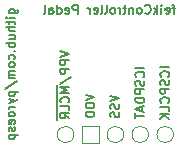
<source format=gbr>
%TF.GenerationSoftware,KiCad,Pcbnew,(5.1.8)-1*%
%TF.CreationDate,2020-12-26T04:00:47+01:00*%
%TF.ProjectId,feikController pedal,6665696b-436f-46e7-9472-6f6c6c657220,rev?*%
%TF.SameCoordinates,Original*%
%TF.FileFunction,Legend,Bot*%
%TF.FilePolarity,Positive*%
%FSLAX46Y46*%
G04 Gerber Fmt 4.6, Leading zero omitted, Abs format (unit mm)*
G04 Created by KiCad (PCBNEW (5.1.8)-1) date 2020-12-26 04:00:47*
%MOMM*%
%LPD*%
G01*
G04 APERTURE LIST*
%ADD10C,0.187500*%
%ADD11C,0.120000*%
%ADD12C,0.150000*%
G04 APERTURE END LIST*
D10*
X168266685Y-103010342D02*
X168873828Y-103010342D01*
X168945257Y-102974628D01*
X168980971Y-102938914D01*
X169016685Y-102867485D01*
X169016685Y-102760342D01*
X168980971Y-102688914D01*
X168730971Y-103010342D02*
X168766685Y-102938914D01*
X168766685Y-102796057D01*
X168730971Y-102724628D01*
X168695257Y-102688914D01*
X168623828Y-102653200D01*
X168409542Y-102653200D01*
X168338114Y-102688914D01*
X168302400Y-102724628D01*
X168266685Y-102796057D01*
X168266685Y-102938914D01*
X168302400Y-103010342D01*
X168766685Y-103367485D02*
X168266685Y-103367485D01*
X168016685Y-103367485D02*
X168052400Y-103331771D01*
X168088114Y-103367485D01*
X168052400Y-103403200D01*
X168016685Y-103367485D01*
X168088114Y-103367485D01*
X168266685Y-103617485D02*
X168266685Y-103903200D01*
X168016685Y-103724628D02*
X168659542Y-103724628D01*
X168730971Y-103760342D01*
X168766685Y-103831771D01*
X168766685Y-103903200D01*
X168766685Y-104153200D02*
X168016685Y-104153200D01*
X168766685Y-104474628D02*
X168373828Y-104474628D01*
X168302400Y-104438914D01*
X168266685Y-104367485D01*
X168266685Y-104260342D01*
X168302400Y-104188914D01*
X168338114Y-104153200D01*
X168266685Y-105153200D02*
X168766685Y-105153200D01*
X168266685Y-104831771D02*
X168659542Y-104831771D01*
X168730971Y-104867485D01*
X168766685Y-104938914D01*
X168766685Y-105046057D01*
X168730971Y-105117485D01*
X168695257Y-105153200D01*
X168766685Y-105510342D02*
X168016685Y-105510342D01*
X168302400Y-105510342D02*
X168266685Y-105581771D01*
X168266685Y-105724628D01*
X168302400Y-105796057D01*
X168338114Y-105831771D01*
X168409542Y-105867485D01*
X168623828Y-105867485D01*
X168695257Y-105831771D01*
X168730971Y-105796057D01*
X168766685Y-105724628D01*
X168766685Y-105581771D01*
X168730971Y-105510342D01*
X168695257Y-106188914D02*
X168730971Y-106224628D01*
X168766685Y-106188914D01*
X168730971Y-106153200D01*
X168695257Y-106188914D01*
X168766685Y-106188914D01*
X168730971Y-106867485D02*
X168766685Y-106796057D01*
X168766685Y-106653200D01*
X168730971Y-106581771D01*
X168695257Y-106546057D01*
X168623828Y-106510342D01*
X168409542Y-106510342D01*
X168338114Y-106546057D01*
X168302400Y-106581771D01*
X168266685Y-106653200D01*
X168266685Y-106796057D01*
X168302400Y-106867485D01*
X168766685Y-107296057D02*
X168730971Y-107224628D01*
X168695257Y-107188914D01*
X168623828Y-107153200D01*
X168409542Y-107153200D01*
X168338114Y-107188914D01*
X168302400Y-107224628D01*
X168266685Y-107296057D01*
X168266685Y-107403200D01*
X168302400Y-107474628D01*
X168338114Y-107510342D01*
X168409542Y-107546057D01*
X168623828Y-107546057D01*
X168695257Y-107510342D01*
X168730971Y-107474628D01*
X168766685Y-107403200D01*
X168766685Y-107296057D01*
X168766685Y-107867485D02*
X168266685Y-107867485D01*
X168338114Y-107867485D02*
X168302400Y-107903200D01*
X168266685Y-107974628D01*
X168266685Y-108081771D01*
X168302400Y-108153200D01*
X168373828Y-108188914D01*
X168766685Y-108188914D01*
X168373828Y-108188914D02*
X168302400Y-108224628D01*
X168266685Y-108296057D01*
X168266685Y-108403200D01*
X168302400Y-108474628D01*
X168373828Y-108510342D01*
X168766685Y-108510342D01*
X167980971Y-109403200D02*
X168945257Y-108760342D01*
X168266685Y-109653200D02*
X169016685Y-109653200D01*
X168302400Y-109653200D02*
X168266685Y-109724628D01*
X168266685Y-109867485D01*
X168302400Y-109938914D01*
X168338114Y-109974628D01*
X168409542Y-110010342D01*
X168623828Y-110010342D01*
X168695257Y-109974628D01*
X168730971Y-109938914D01*
X168766685Y-109867485D01*
X168766685Y-109724628D01*
X168730971Y-109653200D01*
X168266685Y-110260342D02*
X168766685Y-110438914D01*
X168266685Y-110617485D02*
X168766685Y-110438914D01*
X168945257Y-110367485D01*
X168980971Y-110331771D01*
X169016685Y-110260342D01*
X168766685Y-110903200D02*
X168266685Y-110903200D01*
X168409542Y-110903200D02*
X168338114Y-110938914D01*
X168302400Y-110974628D01*
X168266685Y-111046057D01*
X168266685Y-111117485D01*
X168766685Y-111474628D02*
X168730971Y-111403200D01*
X168695257Y-111367485D01*
X168623828Y-111331771D01*
X168409542Y-111331771D01*
X168338114Y-111367485D01*
X168302400Y-111403200D01*
X168266685Y-111474628D01*
X168266685Y-111581771D01*
X168302400Y-111653200D01*
X168338114Y-111688914D01*
X168409542Y-111724628D01*
X168623828Y-111724628D01*
X168695257Y-111688914D01*
X168730971Y-111653200D01*
X168766685Y-111581771D01*
X168766685Y-111474628D01*
X168730971Y-112331771D02*
X168766685Y-112260342D01*
X168766685Y-112117485D01*
X168730971Y-112046057D01*
X168659542Y-112010342D01*
X168373828Y-112010342D01*
X168302400Y-112046057D01*
X168266685Y-112117485D01*
X168266685Y-112260342D01*
X168302400Y-112331771D01*
X168373828Y-112367485D01*
X168445257Y-112367485D01*
X168516685Y-112010342D01*
X168730971Y-112653200D02*
X168766685Y-112724628D01*
X168766685Y-112867485D01*
X168730971Y-112938914D01*
X168659542Y-112974628D01*
X168623828Y-112974628D01*
X168552400Y-112938914D01*
X168516685Y-112867485D01*
X168516685Y-112760342D01*
X168480971Y-112688914D01*
X168409542Y-112653200D01*
X168373828Y-112653200D01*
X168302400Y-112688914D01*
X168266685Y-112760342D01*
X168266685Y-112867485D01*
X168302400Y-112938914D01*
X168266685Y-113296057D02*
X169016685Y-113296057D01*
X168302400Y-113296057D02*
X168266685Y-113367485D01*
X168266685Y-113510342D01*
X168302400Y-113581771D01*
X168338114Y-113617485D01*
X168409542Y-113653200D01*
X168623828Y-113653200D01*
X168695257Y-113617485D01*
X168730971Y-113581771D01*
X168766685Y-113510342D01*
X168766685Y-113367485D01*
X168730971Y-113296057D01*
X182373285Y-102531485D02*
X182087571Y-102531485D01*
X182266142Y-103031485D02*
X182266142Y-102388628D01*
X182230428Y-102317200D01*
X182159000Y-102281485D01*
X182087571Y-102281485D01*
X181551857Y-102995771D02*
X181623285Y-103031485D01*
X181766142Y-103031485D01*
X181837571Y-102995771D01*
X181873285Y-102924342D01*
X181873285Y-102638628D01*
X181837571Y-102567200D01*
X181766142Y-102531485D01*
X181623285Y-102531485D01*
X181551857Y-102567200D01*
X181516142Y-102638628D01*
X181516142Y-102710057D01*
X181873285Y-102781485D01*
X181194714Y-103031485D02*
X181194714Y-102531485D01*
X181194714Y-102281485D02*
X181230428Y-102317200D01*
X181194714Y-102352914D01*
X181159000Y-102317200D01*
X181194714Y-102281485D01*
X181194714Y-102352914D01*
X180837571Y-103031485D02*
X180837571Y-102281485D01*
X180766142Y-102745771D02*
X180551857Y-103031485D01*
X180551857Y-102531485D02*
X180837571Y-102817200D01*
X179801857Y-102960057D02*
X179837571Y-102995771D01*
X179944714Y-103031485D01*
X180016142Y-103031485D01*
X180123285Y-102995771D01*
X180194714Y-102924342D01*
X180230428Y-102852914D01*
X180266142Y-102710057D01*
X180266142Y-102602914D01*
X180230428Y-102460057D01*
X180194714Y-102388628D01*
X180123285Y-102317200D01*
X180016142Y-102281485D01*
X179944714Y-102281485D01*
X179837571Y-102317200D01*
X179801857Y-102352914D01*
X179373285Y-103031485D02*
X179444714Y-102995771D01*
X179480428Y-102960057D01*
X179516142Y-102888628D01*
X179516142Y-102674342D01*
X179480428Y-102602914D01*
X179444714Y-102567200D01*
X179373285Y-102531485D01*
X179266142Y-102531485D01*
X179194714Y-102567200D01*
X179159000Y-102602914D01*
X179123285Y-102674342D01*
X179123285Y-102888628D01*
X179159000Y-102960057D01*
X179194714Y-102995771D01*
X179266142Y-103031485D01*
X179373285Y-103031485D01*
X178801857Y-102531485D02*
X178801857Y-103031485D01*
X178801857Y-102602914D02*
X178766142Y-102567200D01*
X178694714Y-102531485D01*
X178587571Y-102531485D01*
X178516142Y-102567200D01*
X178480428Y-102638628D01*
X178480428Y-103031485D01*
X178230428Y-102531485D02*
X177944714Y-102531485D01*
X178123285Y-102281485D02*
X178123285Y-102924342D01*
X178087571Y-102995771D01*
X178016142Y-103031485D01*
X177944714Y-103031485D01*
X177694714Y-103031485D02*
X177694714Y-102531485D01*
X177694714Y-102674342D02*
X177659000Y-102602914D01*
X177623285Y-102567200D01*
X177551857Y-102531485D01*
X177480428Y-102531485D01*
X177123285Y-103031485D02*
X177194714Y-102995771D01*
X177230428Y-102960057D01*
X177266142Y-102888628D01*
X177266142Y-102674342D01*
X177230428Y-102602914D01*
X177194714Y-102567200D01*
X177123285Y-102531485D01*
X177016142Y-102531485D01*
X176944714Y-102567200D01*
X176909000Y-102602914D01*
X176873285Y-102674342D01*
X176873285Y-102888628D01*
X176909000Y-102960057D01*
X176944714Y-102995771D01*
X177016142Y-103031485D01*
X177123285Y-103031485D01*
X176444714Y-103031485D02*
X176516142Y-102995771D01*
X176551857Y-102924342D01*
X176551857Y-102281485D01*
X176051857Y-103031485D02*
X176123285Y-102995771D01*
X176159000Y-102924342D01*
X176159000Y-102281485D01*
X175480428Y-102995771D02*
X175551857Y-103031485D01*
X175694714Y-103031485D01*
X175766142Y-102995771D01*
X175801857Y-102924342D01*
X175801857Y-102638628D01*
X175766142Y-102567200D01*
X175694714Y-102531485D01*
X175551857Y-102531485D01*
X175480428Y-102567200D01*
X175444714Y-102638628D01*
X175444714Y-102710057D01*
X175801857Y-102781485D01*
X175123285Y-103031485D02*
X175123285Y-102531485D01*
X175123285Y-102674342D02*
X175087571Y-102602914D01*
X175051857Y-102567200D01*
X174980428Y-102531485D01*
X174909000Y-102531485D01*
X174087571Y-103031485D02*
X174087571Y-102281485D01*
X173801857Y-102281485D01*
X173730428Y-102317200D01*
X173694714Y-102352914D01*
X173659000Y-102424342D01*
X173659000Y-102531485D01*
X173694714Y-102602914D01*
X173730428Y-102638628D01*
X173801857Y-102674342D01*
X174087571Y-102674342D01*
X173051857Y-102995771D02*
X173123285Y-103031485D01*
X173266142Y-103031485D01*
X173337571Y-102995771D01*
X173373285Y-102924342D01*
X173373285Y-102638628D01*
X173337571Y-102567200D01*
X173266142Y-102531485D01*
X173123285Y-102531485D01*
X173051857Y-102567200D01*
X173016142Y-102638628D01*
X173016142Y-102710057D01*
X173373285Y-102781485D01*
X172373285Y-103031485D02*
X172373285Y-102281485D01*
X172373285Y-102995771D02*
X172444714Y-103031485D01*
X172587571Y-103031485D01*
X172659000Y-102995771D01*
X172694714Y-102960057D01*
X172730428Y-102888628D01*
X172730428Y-102674342D01*
X172694714Y-102602914D01*
X172659000Y-102567200D01*
X172587571Y-102531485D01*
X172444714Y-102531485D01*
X172373285Y-102567200D01*
X171694714Y-103031485D02*
X171694714Y-102638628D01*
X171730428Y-102567200D01*
X171801857Y-102531485D01*
X171944714Y-102531485D01*
X172016142Y-102567200D01*
X171694714Y-102995771D02*
X171766142Y-103031485D01*
X171944714Y-103031485D01*
X172016142Y-102995771D01*
X172051857Y-102924342D01*
X172051857Y-102852914D01*
X172016142Y-102781485D01*
X171944714Y-102745771D01*
X171766142Y-102745771D01*
X171694714Y-102710057D01*
X171230428Y-103031485D02*
X171301857Y-102995771D01*
X171337571Y-102924342D01*
X171337571Y-102281485D01*
D11*
%TO.C,ICSPCLK*%
X182208400Y-113258600D02*
G75*
G03*
X182208400Y-113258600I-700000J0D01*
G01*
%TO.C,ICSPDAT*%
X180100200Y-113258600D02*
G75*
G03*
X180100200Y-113258600I-700000J0D01*
G01*
%TO.C,VSS*%
X177992000Y-113258600D02*
G75*
G03*
X177992000Y-113258600I-700000J0D01*
G01*
%TO.C,VDD*%
X175883800Y-113958600D02*
X175883800Y-112558600D01*
X174483800Y-113958600D02*
X175883800Y-113958600D01*
X174483800Y-112558600D02*
X174483800Y-113958600D01*
X175883800Y-112558600D02*
X174483800Y-112558600D01*
%TO.C,VPP/~MCLR*%
X173775600Y-113258600D02*
G75*
G03*
X173775600Y-113258600I-700000J0D01*
G01*
%TO.C,ICSPCLK*%
D12*
X181847685Y-107567285D02*
X181097685Y-107567285D01*
X181776257Y-108353000D02*
X181811971Y-108317285D01*
X181847685Y-108210142D01*
X181847685Y-108138714D01*
X181811971Y-108031571D01*
X181740542Y-107960142D01*
X181669114Y-107924428D01*
X181526257Y-107888714D01*
X181419114Y-107888714D01*
X181276257Y-107924428D01*
X181204828Y-107960142D01*
X181133400Y-108031571D01*
X181097685Y-108138714D01*
X181097685Y-108210142D01*
X181133400Y-108317285D01*
X181169114Y-108353000D01*
X181811971Y-108638714D02*
X181847685Y-108745857D01*
X181847685Y-108924428D01*
X181811971Y-108995857D01*
X181776257Y-109031571D01*
X181704828Y-109067285D01*
X181633400Y-109067285D01*
X181561971Y-109031571D01*
X181526257Y-108995857D01*
X181490542Y-108924428D01*
X181454828Y-108781571D01*
X181419114Y-108710142D01*
X181383400Y-108674428D01*
X181311971Y-108638714D01*
X181240542Y-108638714D01*
X181169114Y-108674428D01*
X181133400Y-108710142D01*
X181097685Y-108781571D01*
X181097685Y-108960142D01*
X181133400Y-109067285D01*
X181847685Y-109388714D02*
X181097685Y-109388714D01*
X181097685Y-109674428D01*
X181133400Y-109745857D01*
X181169114Y-109781571D01*
X181240542Y-109817285D01*
X181347685Y-109817285D01*
X181419114Y-109781571D01*
X181454828Y-109745857D01*
X181490542Y-109674428D01*
X181490542Y-109388714D01*
X181776257Y-110567285D02*
X181811971Y-110531571D01*
X181847685Y-110424428D01*
X181847685Y-110353000D01*
X181811971Y-110245857D01*
X181740542Y-110174428D01*
X181669114Y-110138714D01*
X181526257Y-110103000D01*
X181419114Y-110103000D01*
X181276257Y-110138714D01*
X181204828Y-110174428D01*
X181133400Y-110245857D01*
X181097685Y-110353000D01*
X181097685Y-110424428D01*
X181133400Y-110531571D01*
X181169114Y-110567285D01*
X181847685Y-111245857D02*
X181847685Y-110888714D01*
X181097685Y-110888714D01*
X181847685Y-111495857D02*
X181097685Y-111495857D01*
X181847685Y-111924428D02*
X181419114Y-111603000D01*
X181097685Y-111924428D02*
X181526257Y-111495857D01*
%TO.C,ICSPDAT*%
X179739485Y-107613314D02*
X178989485Y-107613314D01*
X179668057Y-108399028D02*
X179703771Y-108363314D01*
X179739485Y-108256171D01*
X179739485Y-108184742D01*
X179703771Y-108077600D01*
X179632342Y-108006171D01*
X179560914Y-107970457D01*
X179418057Y-107934742D01*
X179310914Y-107934742D01*
X179168057Y-107970457D01*
X179096628Y-108006171D01*
X179025200Y-108077600D01*
X178989485Y-108184742D01*
X178989485Y-108256171D01*
X179025200Y-108363314D01*
X179060914Y-108399028D01*
X179703771Y-108684742D02*
X179739485Y-108791885D01*
X179739485Y-108970457D01*
X179703771Y-109041885D01*
X179668057Y-109077600D01*
X179596628Y-109113314D01*
X179525200Y-109113314D01*
X179453771Y-109077600D01*
X179418057Y-109041885D01*
X179382342Y-108970457D01*
X179346628Y-108827600D01*
X179310914Y-108756171D01*
X179275200Y-108720457D01*
X179203771Y-108684742D01*
X179132342Y-108684742D01*
X179060914Y-108720457D01*
X179025200Y-108756171D01*
X178989485Y-108827600D01*
X178989485Y-109006171D01*
X179025200Y-109113314D01*
X179739485Y-109434742D02*
X178989485Y-109434742D01*
X178989485Y-109720457D01*
X179025200Y-109791885D01*
X179060914Y-109827600D01*
X179132342Y-109863314D01*
X179239485Y-109863314D01*
X179310914Y-109827600D01*
X179346628Y-109791885D01*
X179382342Y-109720457D01*
X179382342Y-109434742D01*
X179739485Y-110184742D02*
X178989485Y-110184742D01*
X178989485Y-110363314D01*
X179025200Y-110470457D01*
X179096628Y-110541885D01*
X179168057Y-110577600D01*
X179310914Y-110613314D01*
X179418057Y-110613314D01*
X179560914Y-110577600D01*
X179632342Y-110541885D01*
X179703771Y-110470457D01*
X179739485Y-110363314D01*
X179739485Y-110184742D01*
X179525200Y-110899028D02*
X179525200Y-111256171D01*
X179739485Y-110827600D02*
X178989485Y-111077600D01*
X179739485Y-111327600D01*
X178989485Y-111470457D02*
X178989485Y-111899028D01*
X179739485Y-111684742D02*
X178989485Y-111684742D01*
%TO.C,VSS*%
X176855885Y-109957514D02*
X177605885Y-110207514D01*
X176855885Y-110457514D01*
X177570171Y-110671800D02*
X177605885Y-110778942D01*
X177605885Y-110957514D01*
X177570171Y-111028942D01*
X177534457Y-111064657D01*
X177463028Y-111100371D01*
X177391600Y-111100371D01*
X177320171Y-111064657D01*
X177284457Y-111028942D01*
X177248742Y-110957514D01*
X177213028Y-110814657D01*
X177177314Y-110743228D01*
X177141600Y-110707514D01*
X177070171Y-110671800D01*
X176998742Y-110671800D01*
X176927314Y-110707514D01*
X176891600Y-110743228D01*
X176855885Y-110814657D01*
X176855885Y-110993228D01*
X176891600Y-111100371D01*
X177570171Y-111386085D02*
X177605885Y-111493228D01*
X177605885Y-111671800D01*
X177570171Y-111743228D01*
X177534457Y-111778942D01*
X177463028Y-111814657D01*
X177391600Y-111814657D01*
X177320171Y-111778942D01*
X177284457Y-111743228D01*
X177248742Y-111671800D01*
X177213028Y-111528942D01*
X177177314Y-111457514D01*
X177141600Y-111421800D01*
X177070171Y-111386085D01*
X176998742Y-111386085D01*
X176927314Y-111421800D01*
X176891600Y-111457514D01*
X176855885Y-111528942D01*
X176855885Y-111707514D01*
X176891600Y-111814657D01*
%TO.C,VDD*%
X174773085Y-109871000D02*
X175523085Y-110121000D01*
X174773085Y-110371000D01*
X175523085Y-110621000D02*
X174773085Y-110621000D01*
X174773085Y-110799571D01*
X174808800Y-110906714D01*
X174880228Y-110978142D01*
X174951657Y-111013857D01*
X175094514Y-111049571D01*
X175201657Y-111049571D01*
X175344514Y-111013857D01*
X175415942Y-110978142D01*
X175487371Y-110906714D01*
X175523085Y-110799571D01*
X175523085Y-110621000D01*
X175523085Y-111371000D02*
X174773085Y-111371000D01*
X174773085Y-111549571D01*
X174808800Y-111656714D01*
X174880228Y-111728142D01*
X174951657Y-111763857D01*
X175094514Y-111799571D01*
X175201657Y-111799571D01*
X175344514Y-111763857D01*
X175415942Y-111728142D01*
X175487371Y-111656714D01*
X175523085Y-111549571D01*
X175523085Y-111371000D01*
%TO.C,VPP/~MCLR*%
X172639485Y-106218000D02*
X173389485Y-106468000D01*
X172639485Y-106718000D01*
X173389485Y-106968000D02*
X172639485Y-106968000D01*
X172639485Y-107253714D01*
X172675200Y-107325142D01*
X172710914Y-107360857D01*
X172782342Y-107396571D01*
X172889485Y-107396571D01*
X172960914Y-107360857D01*
X172996628Y-107325142D01*
X173032342Y-107253714D01*
X173032342Y-106968000D01*
X173389485Y-107718000D02*
X172639485Y-107718000D01*
X172639485Y-108003714D01*
X172675200Y-108075142D01*
X172710914Y-108110857D01*
X172782342Y-108146571D01*
X172889485Y-108146571D01*
X172960914Y-108110857D01*
X172996628Y-108075142D01*
X173032342Y-108003714D01*
X173032342Y-107718000D01*
X172603771Y-109003714D02*
X173568057Y-108360857D01*
X172315200Y-109075142D02*
X172315200Y-109932285D01*
X173389485Y-109253714D02*
X172639485Y-109253714D01*
X173175200Y-109503714D01*
X172639485Y-109753714D01*
X173389485Y-109753714D01*
X172315200Y-109932285D02*
X172315200Y-110682285D01*
X173318057Y-110539428D02*
X173353771Y-110503714D01*
X173389485Y-110396571D01*
X173389485Y-110325142D01*
X173353771Y-110218000D01*
X173282342Y-110146571D01*
X173210914Y-110110857D01*
X173068057Y-110075142D01*
X172960914Y-110075142D01*
X172818057Y-110110857D01*
X172746628Y-110146571D01*
X172675200Y-110218000D01*
X172639485Y-110325142D01*
X172639485Y-110396571D01*
X172675200Y-110503714D01*
X172710914Y-110539428D01*
X172315200Y-110682285D02*
X172315200Y-111289428D01*
X173389485Y-111218000D02*
X173389485Y-110860857D01*
X172639485Y-110860857D01*
X172315200Y-111289428D02*
X172315200Y-112039428D01*
X173389485Y-111896571D02*
X173032342Y-111646571D01*
X173389485Y-111468000D02*
X172639485Y-111468000D01*
X172639485Y-111753714D01*
X172675200Y-111825142D01*
X172710914Y-111860857D01*
X172782342Y-111896571D01*
X172889485Y-111896571D01*
X172960914Y-111860857D01*
X172996628Y-111825142D01*
X173032342Y-111753714D01*
X173032342Y-111468000D01*
%TD*%
M02*

</source>
